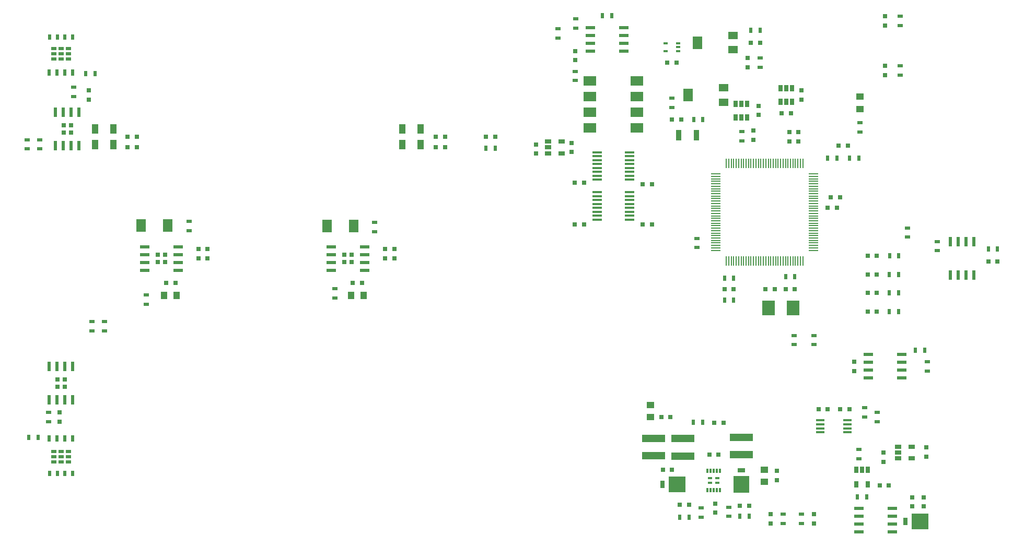
<source format=gtp>
G04 #@! TF.FileFunction,Paste,Top*
%FSLAX46Y46*%
G04 Gerber Fmt 4.6, Leading zero omitted, Abs format (unit mm)*
G04 Created by KiCad (PCBNEW 4.0.2+dfsg1-stable) date Tue 26 Sep 2017 04:00:48 AM EDT*
%MOMM*%
G01*
G04 APERTURE LIST*
%ADD10C,0.100000*%
%ADD11R,0.800000X0.750000*%
%ADD12R,1.000000X1.600000*%
%ADD13R,0.230000X1.500000*%
%ADD14R,1.500000X0.230000*%
%ADD15R,0.600000X1.550000*%
%ADD16R,0.705000X0.705000*%
%ADD17R,0.900000X0.500000*%
%ADD18R,0.500000X0.900000*%
%ADD19R,0.750000X0.800000*%
%ADD20R,1.550000X0.600000*%
%ADD21R,2.000000X2.400000*%
%ADD22R,1.600000X0.410000*%
%ADD23R,3.700000X1.200000*%
%ADD24R,0.660400X0.406400*%
%ADD25R,0.650000X1.060000*%
%ADD26R,1.060000X0.650000*%
%ADD27R,0.300000X0.650000*%
%ADD28R,0.744000X0.465000*%
%ADD29R,2.032000X1.524000*%
%ADD30R,2.540000X2.670000*%
%ADD31R,1.270000X0.762000*%
%ADD32R,2.670000X2.540000*%
%ADD33R,0.762000X1.270000*%
%ADD34R,0.797560X0.797560*%
%ADD35R,1.600000X2.000000*%
%ADD36R,1.600000X1.300000*%
%ADD37R,1.600000X2.108200*%
%ADD38R,0.900000X1.700000*%
%ADD39R,1.250000X1.000000*%
%ADD40R,1.000000X1.250000*%
%ADD41R,1.450000X0.450000*%
%ADD42R,0.701040X1.000760*%
%ADD43R,0.900000X0.600000*%
%ADD44R,0.600000X0.900000*%
%ADD45R,0.600000X1.050000*%
G04 APERTURE END LIST*
D10*
D11*
X179750000Y-94000000D03*
X181250000Y-94000000D03*
D12*
X65500000Y-51000000D03*
X62500000Y-51000000D03*
D13*
X177200000Y-54050000D03*
X176800000Y-54050000D03*
X176400000Y-54050000D03*
X176000000Y-54050000D03*
X175600000Y-54050000D03*
X175200000Y-54050000D03*
X174800000Y-54050000D03*
X174400000Y-54050000D03*
X174000000Y-54050000D03*
X173600000Y-54050000D03*
X173200000Y-54050000D03*
X172800000Y-54050000D03*
X172400000Y-54050000D03*
X172000000Y-54050000D03*
X171600000Y-54050000D03*
X171200000Y-54050000D03*
X170800000Y-54050000D03*
X170400000Y-54050000D03*
X170000000Y-54050000D03*
X169600000Y-54050000D03*
X169200000Y-54050000D03*
X168800000Y-54050000D03*
X168400000Y-54050000D03*
X168000000Y-54050000D03*
X167600000Y-54050000D03*
X167200000Y-54050000D03*
X166800000Y-54050000D03*
X166400000Y-54050000D03*
X166000000Y-54050000D03*
X165600000Y-54050000D03*
X165200000Y-54050000D03*
X164800000Y-54050000D03*
D14*
X163050000Y-55800000D03*
X163050000Y-56200000D03*
X163050000Y-56600000D03*
X163050000Y-57000000D03*
X163050000Y-57400000D03*
X163050000Y-57800000D03*
X163050000Y-58200000D03*
X163050000Y-58600000D03*
X163050000Y-59000000D03*
X163050000Y-59400000D03*
X163050000Y-59800000D03*
X163050000Y-60200000D03*
X163050000Y-60600000D03*
X163050000Y-61000000D03*
X163050000Y-61400000D03*
X163050000Y-61800000D03*
X163050000Y-62200000D03*
X163050000Y-62600000D03*
X163050000Y-63000000D03*
X163050000Y-63400000D03*
X163050000Y-63800000D03*
X163050000Y-64200000D03*
X163050000Y-64600000D03*
X163050000Y-65000000D03*
X163050000Y-65400000D03*
X163050000Y-65800000D03*
X163050000Y-66200000D03*
X163050000Y-66600000D03*
X163050000Y-67000000D03*
X163050000Y-67400000D03*
X163050000Y-67800000D03*
X163050000Y-68200000D03*
D13*
X164800000Y-69950000D03*
X165200000Y-69950000D03*
X165600000Y-69950000D03*
X166000000Y-69950000D03*
X166400000Y-69950000D03*
X166800000Y-69950000D03*
X167200000Y-69950000D03*
X167600000Y-69950000D03*
X168000000Y-69950000D03*
X168400000Y-69950000D03*
X168800000Y-69950000D03*
X169200000Y-69950000D03*
X169600000Y-69950000D03*
X170000000Y-69950000D03*
X170400000Y-69950000D03*
X170800000Y-69950000D03*
X171200000Y-69950000D03*
X171600000Y-69950000D03*
X172000000Y-69950000D03*
X172400000Y-69950000D03*
X172800000Y-69950000D03*
X173200000Y-69950000D03*
X173600000Y-69950000D03*
X174000000Y-69950000D03*
X174400000Y-69950000D03*
X174800000Y-69950000D03*
X175200000Y-69950000D03*
X175600000Y-69950000D03*
X176000000Y-69950000D03*
X176400000Y-69950000D03*
X176800000Y-69950000D03*
X177200000Y-69950000D03*
D14*
X178950000Y-68200000D03*
X178950000Y-67800000D03*
X178950000Y-67400000D03*
X178950000Y-67000000D03*
X178950000Y-66600000D03*
X178950000Y-66200000D03*
X178950000Y-65800000D03*
X178950000Y-65400000D03*
X178950000Y-65000000D03*
X178950000Y-64600000D03*
X178950000Y-64200000D03*
X178950000Y-63800000D03*
X178950000Y-63400000D03*
X178950000Y-63000000D03*
X178950000Y-62600000D03*
X178950000Y-62200000D03*
X178950000Y-61800000D03*
X178950000Y-61400000D03*
X178950000Y-61000000D03*
X178950000Y-60600000D03*
X178950000Y-60200000D03*
X178950000Y-59800000D03*
X178950000Y-59400000D03*
X178950000Y-59000000D03*
X178950000Y-58600000D03*
X178950000Y-58200000D03*
X178950000Y-57800000D03*
X178950000Y-57400000D03*
X178950000Y-57000000D03*
X178950000Y-56600000D03*
X178950000Y-56200000D03*
X178950000Y-55800000D03*
D15*
X58905000Y-87050000D03*
X57635000Y-87050000D03*
X56365000Y-87050000D03*
X55095000Y-87050000D03*
X55095000Y-92450000D03*
X56365000Y-92450000D03*
X57635000Y-92450000D03*
X58905000Y-92450000D03*
D16*
X56412500Y-90337500D03*
X57587500Y-90337500D03*
X56412500Y-89162500D03*
X57587500Y-89162500D03*
D17*
X137500000Y-33750000D03*
X137500000Y-32250000D03*
D18*
X166000000Y-76250000D03*
X164500000Y-76250000D03*
D19*
X140300000Y-37350000D03*
X140300000Y-35850000D03*
D11*
X157500000Y-47000000D03*
X156000000Y-47000000D03*
X170250000Y-34500000D03*
X168750000Y-34500000D03*
D19*
X168250000Y-38500000D03*
X168250000Y-37000000D03*
X169200000Y-50250000D03*
X169200000Y-48750000D03*
D11*
X184500000Y-51250000D03*
X183000000Y-51250000D03*
D19*
X190250000Y-102500000D03*
X190250000Y-101000000D03*
D11*
X163550000Y-101350000D03*
X162050000Y-101350000D03*
X162850000Y-96200000D03*
X164350000Y-96200000D03*
D19*
X197200000Y-100150000D03*
X197200000Y-101650000D03*
D11*
X154500000Y-103750000D03*
X156000000Y-103750000D03*
D19*
X163000000Y-110750000D03*
X163000000Y-109250000D03*
D11*
X157250000Y-109500000D03*
X158750000Y-109500000D03*
X155750000Y-95250000D03*
X154250000Y-95250000D03*
D19*
X177000000Y-42250000D03*
X177000000Y-43750000D03*
X173000000Y-105500000D03*
X173000000Y-104000000D03*
D11*
X173750000Y-46000000D03*
X175250000Y-46000000D03*
D19*
X134000000Y-52500000D03*
X134000000Y-51000000D03*
X139750000Y-50750000D03*
X139750000Y-52250000D03*
X185500000Y-87750000D03*
X185500000Y-86250000D03*
D11*
X184750000Y-94000000D03*
X183250000Y-94000000D03*
X181750000Y-59600000D03*
X183250000Y-59600000D03*
X175900000Y-74500000D03*
X174400000Y-74500000D03*
X171150000Y-74500000D03*
X172650000Y-74500000D03*
X175000000Y-50500000D03*
X176500000Y-50500000D03*
X175000000Y-49000000D03*
X176500000Y-49000000D03*
X141750000Y-57250000D03*
X140250000Y-57250000D03*
D19*
X61500000Y-43750000D03*
X61500000Y-42250000D03*
X56750000Y-94500000D03*
X56750000Y-96000000D03*
D12*
X65500000Y-48500000D03*
X62500000Y-48500000D03*
D19*
X109500000Y-69500000D03*
X109500000Y-68000000D03*
D15*
X204905000Y-66800000D03*
X203635000Y-66800000D03*
X202365000Y-66800000D03*
X201095000Y-66800000D03*
X201095000Y-72200000D03*
X202365000Y-72200000D03*
X203635000Y-72200000D03*
X204905000Y-72200000D03*
D20*
X186300000Y-110095000D03*
X186300000Y-111365000D03*
X186300000Y-112635000D03*
X186300000Y-113905000D03*
X191700000Y-113905000D03*
X191700000Y-112635000D03*
X191700000Y-111365000D03*
X191700000Y-110095000D03*
D18*
X144750000Y-30100000D03*
X146250000Y-30100000D03*
D17*
X140300000Y-40650000D03*
X140300000Y-39150000D03*
X156000000Y-43500000D03*
X156000000Y-45000000D03*
D18*
X161000000Y-47000000D03*
X159500000Y-47000000D03*
X168750000Y-32500000D03*
X170250000Y-32500000D03*
D17*
X170250000Y-38500000D03*
X170250000Y-37000000D03*
X167300000Y-50450000D03*
X167300000Y-48950000D03*
D18*
X186250000Y-53250000D03*
X184750000Y-53250000D03*
X181250000Y-53250000D03*
X182750000Y-53250000D03*
D17*
X199000000Y-66750000D03*
X199000000Y-68250000D03*
X59000000Y-43250000D03*
X59000000Y-41750000D03*
D18*
X160950000Y-96100000D03*
X159450000Y-96100000D03*
X208750000Y-68000000D03*
X207250000Y-68000000D03*
X168500000Y-111300000D03*
X167000000Y-111300000D03*
D17*
X165200000Y-111350000D03*
X165200000Y-109850000D03*
X160750000Y-110000000D03*
X160750000Y-111500000D03*
D18*
X158750000Y-111500000D03*
X157250000Y-111500000D03*
D17*
X174000000Y-112500000D03*
X174000000Y-111000000D03*
X177000000Y-112500000D03*
X177000000Y-111000000D03*
D18*
X125850000Y-51600000D03*
X127350000Y-51600000D03*
X187550000Y-108200000D03*
X186050000Y-108200000D03*
D17*
X186250000Y-100500000D03*
X186250000Y-102000000D03*
X194200000Y-64550000D03*
X194200000Y-66050000D03*
D18*
X192700000Y-78100000D03*
X191200000Y-78100000D03*
X192700000Y-75100000D03*
X191200000Y-75100000D03*
X192700000Y-72100000D03*
X191200000Y-72100000D03*
X192750000Y-69100000D03*
X191250000Y-69100000D03*
X195450000Y-84400000D03*
X196950000Y-84400000D03*
D17*
X197400000Y-86250000D03*
X197400000Y-87750000D03*
D18*
X166000000Y-72750000D03*
X164500000Y-72750000D03*
X175900000Y-72500000D03*
X174400000Y-72500000D03*
D17*
X160000000Y-67750000D03*
X160000000Y-66250000D03*
D18*
X62500000Y-39500000D03*
X61000000Y-39500000D03*
D17*
X70800000Y-76950000D03*
X70800000Y-75450000D03*
D21*
X171650000Y-77500000D03*
X175650000Y-77500000D03*
D11*
X151250000Y-64000000D03*
X152750000Y-64000000D03*
D17*
X55000000Y-94500000D03*
X55000000Y-96000000D03*
X53500000Y-50250000D03*
X53500000Y-51750000D03*
D18*
X53250000Y-98500000D03*
X51750000Y-98500000D03*
D17*
X62000000Y-81250000D03*
X62000000Y-79750000D03*
X51500000Y-50250000D03*
X51500000Y-51750000D03*
X101400000Y-75950000D03*
X101400000Y-74450000D03*
X107800000Y-65150000D03*
X107800000Y-63650000D03*
X77750000Y-65000000D03*
X77750000Y-63500000D03*
D22*
X149154300Y-63222500D03*
X149154300Y-62587500D03*
X149154300Y-61952500D03*
X149154300Y-61317500D03*
X149154300Y-60682500D03*
X149154300Y-60047500D03*
X149154300Y-59412500D03*
X149154300Y-58777500D03*
X143845700Y-58777500D03*
X143845700Y-59412500D03*
X143845700Y-60047500D03*
X143845700Y-60682500D03*
X143845700Y-61317500D03*
X143845700Y-61952500D03*
X143845700Y-62587500D03*
X143845700Y-63222500D03*
D19*
X79250000Y-69500000D03*
X79250000Y-68000000D03*
D23*
X167250000Y-98500000D03*
X167250000Y-101300000D03*
X157750000Y-98750000D03*
X157750000Y-101550000D03*
X153000000Y-101500000D03*
X153000000Y-98700000D03*
D11*
X168500000Y-109650000D03*
X167000000Y-109650000D03*
X181250000Y-61250000D03*
X182750000Y-61250000D03*
X151250000Y-57500000D03*
X152750000Y-57500000D03*
D12*
X115250000Y-51000000D03*
X112250000Y-51000000D03*
X115250000Y-48500000D03*
X112250000Y-48500000D03*
D11*
X141750000Y-64000000D03*
X140250000Y-64000000D03*
X75550000Y-73500000D03*
X74050000Y-73500000D03*
D24*
X157016000Y-35910400D03*
X157016000Y-34589600D03*
X157016000Y-35250000D03*
X154984000Y-34589600D03*
X154984000Y-35910400D03*
D25*
X168200000Y-44400000D03*
X167250000Y-44400000D03*
X166300000Y-44400000D03*
X166300000Y-46600000D03*
X168200000Y-46600000D03*
X167250000Y-46600000D03*
D26*
X192650000Y-100050000D03*
X192650000Y-101000000D03*
X192650000Y-101950000D03*
X194850000Y-101950000D03*
X194850000Y-100050000D03*
D27*
X161750000Y-107050000D03*
X162250000Y-107050000D03*
X162750000Y-107050000D03*
X163250000Y-107050000D03*
X163750000Y-107050000D03*
X163750000Y-103950000D03*
X163250000Y-103950000D03*
X162750000Y-103950000D03*
X162250000Y-103950000D03*
X161750000Y-103950000D03*
D28*
X163370000Y-105112500D03*
X162130000Y-105112500D03*
X163370000Y-105887500D03*
X162130000Y-105887500D03*
D25*
X173550000Y-44100000D03*
X174500000Y-44100000D03*
X175450000Y-44100000D03*
X175450000Y-41900000D03*
X173550000Y-41900000D03*
X174500000Y-41900000D03*
D26*
X135900000Y-50550000D03*
X135900000Y-51500000D03*
X135900000Y-52450000D03*
X138100000Y-52450000D03*
X138100000Y-50550000D03*
D20*
X187800000Y-85095000D03*
X187800000Y-86365000D03*
X187800000Y-87635000D03*
X187800000Y-88905000D03*
X193200000Y-88905000D03*
X193200000Y-87635000D03*
X193200000Y-86365000D03*
X193200000Y-85095000D03*
D29*
X142690000Y-40690000D03*
X142690000Y-43230000D03*
X142690000Y-45770000D03*
X142690000Y-48310000D03*
X150310000Y-48310000D03*
X150310000Y-45770000D03*
X150310000Y-43230000D03*
X150310000Y-40690000D03*
D30*
X167200000Y-106200000D03*
D31*
X167200000Y-103850000D03*
D32*
X156800000Y-106200000D03*
D33*
X154450000Y-106200000D03*
D34*
X207250700Y-70000000D03*
X208749300Y-70000000D03*
X172000000Y-111000700D03*
X172000000Y-112499300D03*
X179000000Y-111000700D03*
X179000000Y-112499300D03*
X127349300Y-49800000D03*
X125850700Y-49800000D03*
D32*
X196200000Y-112200000D03*
D33*
X193850000Y-112200000D03*
D34*
X187700700Y-78100000D03*
X189199300Y-78100000D03*
X187700700Y-75100000D03*
X189199300Y-75100000D03*
X187700700Y-72100000D03*
X189199300Y-72100000D03*
X187700700Y-69100000D03*
X189199300Y-69100000D03*
D17*
X186500000Y-49000000D03*
X186500000Y-47500000D03*
D35*
X158600000Y-43000000D03*
D36*
X164400000Y-44150000D03*
X164400000Y-41850000D03*
D35*
X160100000Y-34500000D03*
D36*
X165900000Y-35650000D03*
X165900000Y-33350000D03*
D37*
X104415000Y-64250000D03*
X100123000Y-64250000D03*
X74265000Y-64200000D03*
X69973000Y-64200000D03*
D17*
X175750000Y-82000000D03*
X175750000Y-83500000D03*
X179000000Y-83500000D03*
X179000000Y-82000000D03*
X193000000Y-31750000D03*
X193000000Y-30250000D03*
X187250000Y-93750000D03*
X187250000Y-95250000D03*
X189250000Y-94500000D03*
X189250000Y-96000000D03*
X193000000Y-39750000D03*
X193000000Y-38250000D03*
D11*
X155250000Y-37750000D03*
X156750000Y-37750000D03*
D19*
X170000000Y-46250000D03*
X170000000Y-44750000D03*
X190500000Y-38250000D03*
X190500000Y-39750000D03*
X190500000Y-30250000D03*
X190500000Y-31750000D03*
D15*
X56095000Y-51200000D03*
X57365000Y-51200000D03*
X58635000Y-51200000D03*
X59905000Y-51200000D03*
X59905000Y-45800000D03*
X58635000Y-45800000D03*
X57365000Y-45800000D03*
X56095000Y-45800000D03*
D16*
X58587500Y-47912500D03*
X57412500Y-47912500D03*
X58587500Y-49087500D03*
X57412500Y-49087500D03*
D11*
X67750000Y-51500000D03*
X69250000Y-51500000D03*
X67750000Y-49750000D03*
X69250000Y-49750000D03*
X117750000Y-51500000D03*
X119250000Y-51500000D03*
X117750000Y-49750000D03*
X119250000Y-49750000D03*
D38*
X157050000Y-49500000D03*
X159950000Y-49500000D03*
D19*
X196800000Y-109750000D03*
X196800000Y-108250000D03*
X194900000Y-109750000D03*
X194900000Y-108250000D03*
D39*
X152500000Y-93250000D03*
X152500000Y-95250000D03*
X171000000Y-105750000D03*
X171000000Y-103750000D03*
D40*
X106000000Y-75500000D03*
X104000000Y-75500000D03*
D11*
X166000000Y-74500000D03*
X164500000Y-74500000D03*
D22*
X149154300Y-56722500D03*
X149154300Y-56087500D03*
X149154300Y-55452500D03*
X149154300Y-54817500D03*
X149154300Y-54182500D03*
X149154300Y-53547500D03*
X149154300Y-52912500D03*
X149154300Y-52277500D03*
X143845700Y-52277500D03*
X143845700Y-52912500D03*
X143845700Y-53547500D03*
X143845700Y-54182500D03*
X143845700Y-54817500D03*
X143845700Y-55452500D03*
X143845700Y-56087500D03*
X143845700Y-56722500D03*
D17*
X64000000Y-79750000D03*
X64000000Y-81250000D03*
D40*
X75700000Y-75500000D03*
X73700000Y-75500000D03*
D11*
X105750000Y-73500000D03*
X104250000Y-73500000D03*
D19*
X111000000Y-69500000D03*
X111000000Y-68000000D03*
X80750000Y-69500000D03*
X80750000Y-68000000D03*
D39*
X186500000Y-45250000D03*
X186500000Y-43250000D03*
D20*
X75950000Y-71405000D03*
X75950000Y-70135000D03*
X75950000Y-68865000D03*
X75950000Y-67595000D03*
X70550000Y-67595000D03*
X70550000Y-68865000D03*
X70550000Y-70135000D03*
X70550000Y-71405000D03*
D16*
X72662500Y-68912500D03*
X72662500Y-70087500D03*
X73837500Y-68912500D03*
X73837500Y-70087500D03*
D20*
X106200000Y-71405000D03*
X106200000Y-70135000D03*
X106200000Y-68865000D03*
X106200000Y-67595000D03*
X100800000Y-67595000D03*
X100800000Y-68865000D03*
X100800000Y-70135000D03*
X100800000Y-71405000D03*
D16*
X102912500Y-68912500D03*
X102912500Y-70087500D03*
X104087500Y-68912500D03*
X104087500Y-70087500D03*
D17*
X140400000Y-32150000D03*
X140400000Y-30650000D03*
D20*
X148200000Y-35905000D03*
X148200000Y-34635000D03*
X148200000Y-33365000D03*
X148200000Y-32095000D03*
X142800000Y-32095000D03*
X142800000Y-33365000D03*
X142800000Y-34635000D03*
X142800000Y-35905000D03*
D41*
X180050000Y-95775000D03*
X180050000Y-96425000D03*
X180050000Y-97075000D03*
X180050000Y-97725000D03*
X184450000Y-97725000D03*
X184450000Y-97075000D03*
X184450000Y-96425000D03*
X184450000Y-95775000D03*
D11*
X189650000Y-106300000D03*
X191150000Y-106300000D03*
D42*
X187749960Y-103801120D03*
X186800000Y-103801120D03*
X185850040Y-103801120D03*
X187749960Y-106198880D03*
X185850040Y-106198880D03*
D43*
X55850000Y-36300000D03*
X55850000Y-37150000D03*
X55850000Y-35450000D03*
X58150000Y-36300000D03*
X58150000Y-37150000D03*
X58150000Y-35450000D03*
X57000000Y-35450000D03*
X57000000Y-37150000D03*
D44*
X55125000Y-33600000D03*
X58875000Y-33600000D03*
X56400000Y-33600000D03*
D45*
X56365000Y-39325000D03*
X55095000Y-39325000D03*
X57635000Y-39325000D03*
X58905000Y-39325000D03*
D44*
X57600000Y-33600000D03*
D43*
X57000000Y-36300000D03*
X58150000Y-101700000D03*
X58150000Y-100850000D03*
X58150000Y-102550000D03*
X55850000Y-101700000D03*
X55850000Y-100850000D03*
X55850000Y-102550000D03*
X57000000Y-102550000D03*
X57000000Y-100850000D03*
D44*
X58875000Y-104400000D03*
X55125000Y-104400000D03*
X57600000Y-104400000D03*
D45*
X57635000Y-98675000D03*
X58905000Y-98675000D03*
X56365000Y-98675000D03*
X55095000Y-98675000D03*
D44*
X56400000Y-104400000D03*
D43*
X57000000Y-101700000D03*
M02*

</source>
